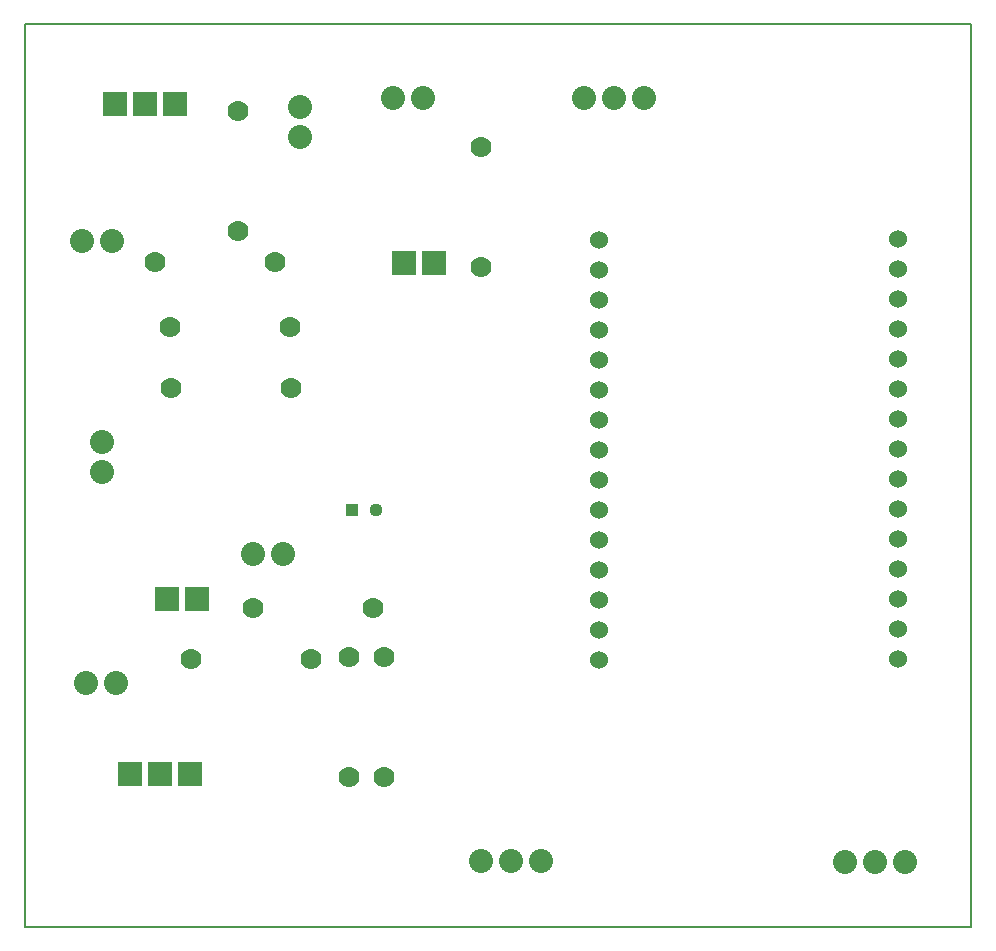
<source format=gbr>
G04 PROTEUS GERBER X2 FILE*
%TF.GenerationSoftware,Labcenter,Proteus,8.6-SP2-Build23525*%
%TF.CreationDate,2021-11-18T02:18:18+00:00*%
%TF.FileFunction,Copper,L1,Top*%
%TF.FilePolarity,Positive*%
%TF.Part,Single*%
%FSLAX45Y45*%
%MOMM*%
G01*
%TA.AperFunction,WasherPad*%
%ADD10C,1.524000*%
%TA.AperFunction,ViaPad*%
%ADD11C,1.524000*%
%TA.AperFunction,ComponentPad*%
%ADD12C,2.032000*%
%ADD13R,2.032000X2.032000*%
%TA.AperFunction,ComponentPad*%
%ADD14C,1.778000*%
%TA.AperFunction,WasherPad*%
%ADD15R,1.120000X1.120000*%
%TA.AperFunction,ComponentPad*%
%ADD16C,1.120000*%
%TA.AperFunction,Profile*%
%ADD17C,0.203200*%
%TD.AperFunction*%
D10*
X-6000000Y+2930000D03*
X-6000000Y+2676000D03*
X-6000000Y+2422000D03*
X-6000000Y+2168000D03*
X-6000000Y+1914000D03*
X-6000000Y+1660000D03*
X-6000000Y+1406000D03*
X-6000000Y+1152000D03*
X-6000000Y+898000D03*
X-6000000Y+644000D03*
X-6000000Y+390000D03*
X-6000000Y+136000D03*
X-6000000Y-118000D03*
X-6000000Y-372000D03*
X-6000000Y-626000D03*
D11*
X-6000000Y-372000D03*
D10*
X-3470000Y+2940000D03*
X-3470000Y+2686000D03*
X-3470000Y+2432000D03*
X-3470000Y+2178000D03*
X-3470000Y+1924000D03*
X-3470000Y+1670000D03*
X-3470000Y+1416000D03*
X-3470000Y+1162000D03*
X-3470000Y+908000D03*
X-3470000Y+654000D03*
X-3470000Y+400000D03*
X-3470000Y+146000D03*
X-3470000Y-108000D03*
X-3470000Y-362000D03*
X-3470000Y-616000D03*
D12*
X-5620000Y+4130000D03*
X-5874000Y+4130000D03*
X-6128000Y+4130000D03*
X-7490000Y+4130000D03*
X-7744000Y+4130000D03*
X-10210000Y+960000D03*
X-10210000Y+1214000D03*
X-10120000Y+2920000D03*
X-10374000Y+2920000D03*
D13*
X-9586000Y+4080000D03*
X-9840000Y+4080000D03*
X-10094000Y+4080000D03*
D14*
X-9060000Y+3000000D03*
X-9060000Y+4016000D03*
X-9760000Y+2740000D03*
X-8744000Y+2740000D03*
D12*
X-8530000Y+3800000D03*
X-8530000Y+4054000D03*
D14*
X-7000000Y+2700000D03*
X-7000000Y+3716000D03*
D13*
X-7650000Y+2730000D03*
X-7396000Y+2730000D03*
D14*
X-9630000Y+2190000D03*
X-8614000Y+2190000D03*
D12*
X-10090000Y-820000D03*
X-10344000Y-820000D03*
D13*
X-9466000Y-1590000D03*
X-9720000Y-1590000D03*
X-9974000Y-1590000D03*
D14*
X-7820000Y-600000D03*
X-7820000Y-1616000D03*
X-8120000Y-1620000D03*
X-8120000Y-604000D03*
D12*
X-8930000Y+270000D03*
X-8676000Y+270000D03*
D14*
X-9450000Y-620000D03*
X-8434000Y-620000D03*
D13*
X-9660000Y-110000D03*
X-9406000Y-110000D03*
D15*
X-8090000Y+640000D03*
D16*
X-7890000Y+640000D03*
D14*
X-9625000Y+1675000D03*
X-8609000Y+1675000D03*
X-7915000Y-185000D03*
X-8931000Y-185000D03*
D12*
X-3920000Y-2340000D03*
X-3666000Y-2340000D03*
X-3412000Y-2340000D03*
X-7000000Y-2330000D03*
X-6746000Y-2330000D03*
X-6492000Y-2330000D03*
D17*
X-10860000Y-2890000D02*
X-2850000Y-2890000D01*
X-2850000Y+4760000D01*
X-10860000Y+4760000D01*
X-10860000Y-2890000D01*
M02*

</source>
